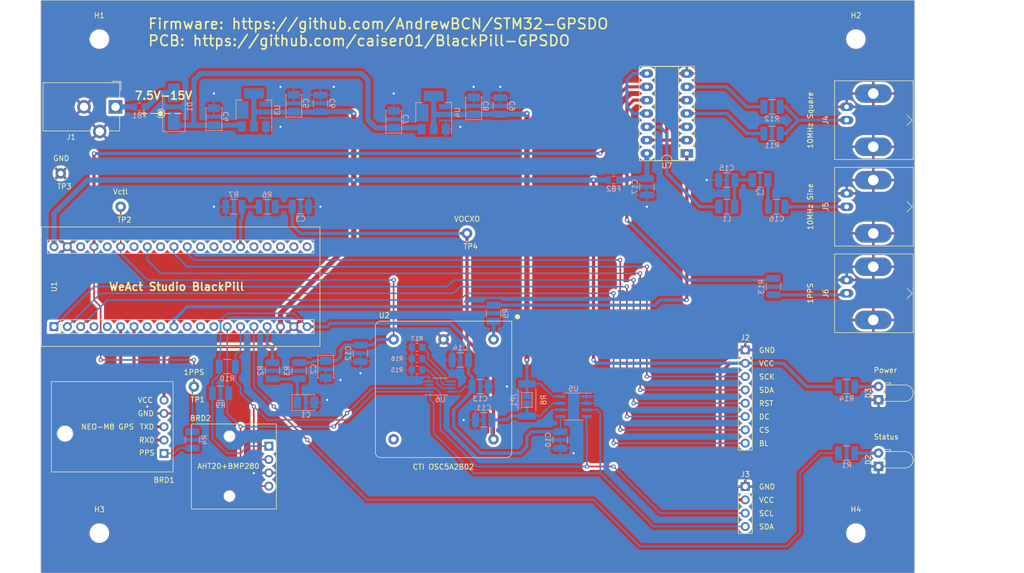
<source format=kicad_pcb>
(kicad_pcb (version 20221018) (generator pcbnew)
  (layers (0 "F.Cu" signal) (31 "B.Cu" signal) (34 "B.Paste" user) (35 "F.Paste" user) (36 "B.SilkS" user "B.Silkscreen") (37 "F.SilkS" user "F.Silkscreen") (38 "B.Mask" user) (39 "F.Mask" user) (44 "Edge.Cuts" user))
  (net 0 "")
  (net 1 "VCC")
  (net 2 "Net-(BRD1-PPS)")
  (net 3 "GND")
  (net 4 "Net-(BRD1-RXD)")
  (net 5 "VDD")
  (net 6 "Net-(BRD1-TXD)")
  (net 7 "1PPS")
  (net 11 "Vctl")
  (net 12 "LCD_RST")
  (net 14 "LCD_DC")
  (net 15 "LCD_BL")
  (net 19 "LCD_CS")
  (net 20 "10MHz")
  (net 21 "SCK")
  (net 28 "SCL1")
  (net 29 "Net-(U1-PA0)")
  (net 30 "SDA1")
  (net 32 "Net-(U1-PB8)")
  (net 34 "Net-(U1-PB9)")
  (net 38 "Net-(U2-10MHz_Out)")
  (net 40 "Net-(C1-Pad1)")
  (net 41 "Net-(D1-A)")
  (net 42 "MOSI")
  (net 43 "Net-(D1-K)")
  (net 44 "Net-(D2-A)")
  (net 45 "VOCXO")
  (net 46 "Net-(JP1-B)")
  (net 48 "Net-(C15-Pad1)")
  (net 49 "Net-(C16-Pad1)")
  (net 50 "Net-(J5-In)")
  (net 51 "Net-(J4-In)")
  (net 53 "Net-(J6-In)")
  (net 54 "Net-(L1-Pad1)")
  (net 55 "Net-(R11-Pad1)")
  (net 56 "Net-(R12-Pad1)")
  (net 57 "Net-(R13-Pad1)")
  (net 58 "Net-(U7-Pad13)")
  (net 59 "Net-(U7-Pad11)")
  (net 60 "Net-(U7G-VCC)")
  (net 61 "Net-(FB1-Pad1)")
  (net 62 "Net-(D3-A)")
  (net 63 "Net-(U6-A0)")
  (net 64 "Net-(U6-A1)")
  (net 65 "Net-(U6-A2)")
  (footprint "OCXO:OCXO_CTI_OSC5A2B02" (layer "F.Cu") (at 118.087658 98.955343)
    (fp_text reference "U2")
    (fp_text value "OSC5A2B02")
  )
  (footprint "Connector_Coaxial:BNC_Amphenol_B6252HB-NPP3G-50_Horizontal" (layer "F.Cu") (at 204.47 90.17 -90)
    (fp_text reference "J6")
    (fp_text value "Conn_Coaxial")
  )
  (footprint "Connector_Coaxial:BNC_Amphenol_B6252HB-NPP3G-50_Horizontal" (layer "F.Cu") (at 204.47 57.15 -90)
    (fp_text reference "J4")
    (fp_text value "Conn_Coaxial")
  )
  (footprint "TestPoint:TestPoint_Loop_D2.50mm_Drill1.0mm" (layer "F.Cu") (at 54.61 67.31)
    (fp_text reference "TP3")
    (fp_text value "GND")
  )
  (footprint "PCB_modules:PCB_modules_AHT20_BMP280_PCB" (layer "F.Cu") (at 94.2975 119.3175)
    (fp_text reference "BRD2")
    (fp_text value "AHT20+BMP280_Module")
    (fp_circle (center -7.5 -1.9) (end -6.43 -1.9) (stroke (width 0.12)) (fill none) (layer "Edge.Cuts"))
    (fp_circle (center -7.5 9.52) (end -6.43 9.52) (stroke (width 0.12)) (fill none) (layer "Edge.Cuts"))
  )
  (footprint "MountingHole:MountingHole_3.5mm" (layer "F.Cu") (at 206.237 135.89)
    (fp_text reference "H4")
    (fp_text value "MountingHole")
  )
  (footprint "LED_THT:LED_D3.0mm_Horizontal_O1.27mm_Z2.0mm" (layer "F.Cu") (at 210.535 123.17 90)
    (fp_text reference "D2")
    (fp_text value "Status")
  )
  (footprint "TestPoint:TestPoint_Loop_D2.50mm_Drill1.0mm" (layer "F.Cu") (at 66.04 73.66)
    (fp_text reference "TP2")
    (fp_text value "Vctl")
  )
  (footprint "Connector_Coaxial:BNC_Amphenol_B6252HB-NPP3G-50_Horizontal" (layer "F.Cu") (at 204.47 73.66 -90)
    (fp_text reference "J5")
    (fp_text value "Conn_Coaxial")
  )
  (footprint "LED_THT:LED_D3.0mm_Horizontal_O1.27mm_Z2.0mm" (layer "F.Cu") (at 210.535 110.47 90)
    (fp_text reference "D3")
    (fp_text value "Power")
  )
  (footprint "Package_DIP:DIP-14_W7.62mm_Socket_LongPads" (layer "F.Cu") (at 173.99 63.5 180)
    (fp_text reference "U7")
    (fp_text value "74HC14")
  )
  (footprint "Connector_PinHeader_2.54mm:PinHeader_1x04_P2.54mm_Vertical" (layer "F.Cu") (at 185.14 127.005)
    (fp_text reference "J3")
    (fp_text value "LCD_I2C")
  )
  (footprint "Connector_BarrelJack:BarrelJack_CUI_PJ-102AH_Horizontal" (layer "F.Cu") (at 65.055 54.61 -90)
    (fp_text reference "J1")
    (fp_text value "Barrel_Jack_Switch")
  )
  (footprint "Connector_PinHeader_2.54mm:PinHeader_1x08_P2.54mm_Vertical" (layer "F.Cu") (at 185.14 100.96)
    (fp_text reference "J2")
    (fp_text value "LCD_SPI")
  )
  (footprint "TestPoint:TestPoint_Loop_D2.50mm_Drill1.0mm" (layer "F.Cu") (at 80.01 107.95)
    (fp_text reference "TP1")
    (fp_text value "1PPS")
  )
  (footprint "MountingHole:MountingHole_3.5mm" (layer "F.Cu") (at 206.237 41.69)
    (fp_text reference "H2")
    (fp_text value "MountingHole")
  )
  (footprint "PCB_modules:PCB_modules_GPS_NEO-M8N_PCB" (layer "F.Cu") (at 74.3175 120.695 180)
    (fp_text reference "BRD1")
    (fp_text value "NEO-M8N_GPS_Module")
    (fp_circle (center 18.875 3.771) (end 20.375 3.771) (stroke (width 0.12)) (fill none) (layer "Edge.Cuts"))
  )
  (footprint "MountingHole:MountingHole_3.5mm" (layer "F.Cu") (at 61.987 135.89)
    (fp_text reference "H3")
    (fp_text value "MountingHole")
  )
  (footprint "TestPoint:TestPoint_Loop_D2.50mm_Drill1.0mm" (layer "F.Cu") (at 132.08 78.74)
    (fp_text reference "TP4")
    (fp_text value "VOCXO")
  )
  (footprint "Kicad-STM32:YAAJ_WeAct_BlackPill_2" (layer "F.Cu") (at 53.34 96.52 90)
    (fp_text reference "U1")
    (fp_text value "YAAJ_WeAct_BlackPill_Part_Like" hide)
  )
  (footprint "MountingHole:MountingHole_3.5mm" (layer "F.Cu") (at 61.987 41.69)
    (fp_text reference "H1")
    (fp_text value "MountingHole")
  )
  (footprint "Capacitor_SMD:C_1210_3225Metric_Pad1.33x2.70mm_HandSolder" (layer "B.Cu") (at 100.33 73.66)
    (fp_text reference "C3")
    (fp_text value "0.1μF")
  )
  (footprint "Inductor_SMD:L_1210_3225Metric_Pad1.42x2.65mm_HandSolder" (layer "B.Cu") (at 187.96 68.58)
    (fp_text reference "L2")
    (fp_text value "L_Ferrite 10μH")
  )
  (footprint "Inductor_SMD:L_0805_2012Metric_Pad1.15x1.40mm_HandSolder" (layer "B.Cu") (at 160.03 68.575)
    (fp_text reference "FB2")
    (fp_text value "MH2029-300Y")
  )
  (footprint "Package_TO_SOT_SMD:SOT-223-3_TabPin2" (layer "B.Cu") (at 125.73 55.7025 90)
    (fp_text reference "U4")
    (fp_text value "SPX1117M3-L-5-0/TR")
  )
  (footprint "Capacitor_SMD:C_1210_3225Metric_Pad1.33x2.70mm_HandSolder" (layer "B.Cu") (at 135.255 114.3 180)
    (fp_text reference "C11")
    (fp_text value "0.1μF")
  )
  (footprint "Resistor_SMD:R_1210_3225Metric_Pad1.30x2.65mm_HandSolder" (layer "B.Cu") (at 79.73 118.11 90)
    (fp_text reference "R4")
    (fp_text value "100")
  )
  (footprint "Capacitor_SMD:C_1210_3225Metric_Pad1.33x2.70mm_HandSolder" (layer "B.Cu") (at 181.61 68.58 180)
    (fp_text reference "C15")
    (fp_text value "47pF")
  )
  (footprint "Capacitor_Tantalum_SMD:CP_EIA-3528-15_AVX-H_Pad1.50x2.35mm_HandSolder" (layer "B.Cu") (at 105.156 104.648 -90)
    (fp_text reference "C2")
    (fp_text value "10μF / 16V")
  )
  (footprint "Resistor_SMD:R_1210_3225Metric_Pad1.30x2.65mm_HandSolder" (layer "B.Cu") (at 87.63 73.66 180)
    (fp_text reference "R7")
    (fp_text value "4.7k 1%")
  )
  (footprint "Capacitor_SMD:C_1210_3225Metric_Pad1.33x2.70mm_HandSolder" (layer "B.Cu") (at 166.38 69.845 -90)
    (fp_text reference "C17")
    (fp_text value "0.1μF")
  )
  (footprint "Resistor_SMD:R_1210_3225Metric_Pad1.30x2.65mm_HandSolder" (layer "B.Cu") (at 85.09 109.22)
    (fp_text reference "R9")
    (fp_text value "10k")
  )
  (footprint "Resistor_SMD:R_0805_2012Metric_Pad1.20x1.40mm_HandSolder" (layer "B.Cu") (at 122.555 102.616 180)
    (fp_text reference "R16")
    (fp_text value "10k")
  )
  (footprint "Capacitor_SMD:C_1210_3225Metric_Pad1.33x2.70mm_HandSolder" (layer "B.Cu") (at 149.86 118.11 -90)
    (fp_text reference "C10")
    (fp_text value "0.1μF")
  )
  (footprint "Resistor_SMD:R_1210_3225Metric_Pad1.30x2.65mm_HandSolder" (layer "B.Cu") (at 86.36 104.14)
    (fp_text reference "R10")
    (fp_text value "10k")
  )
  (footprint "Package_SO:SOIC-8_3.9x4.9mm_P1.27mm" (layer "B.Cu") (at 152.4 111.76 180)
    (fp_text reference "U5")
    (fp_text value "INA219AxD")
  )
  (footprint "Capacitor_SMD:C_1210_3225Metric_Pad1.33x2.70mm_HandSolder" (layer "B.Cu") (at 111.76 101.6 -90)
    (fp_text reference "C12")
    (fp_text value "0.1μF")
  )
  (footprint "Resistor_SMD:R_0805_2012Metric_Pad1.20x1.40mm_HandSolder" (layer "B.Cu") (at 122.555 104.775 180)
    (fp_text reference "R15")
    (fp_text value "10k")
  )
  (footprint "Resistor_SMD:R_1210_3225Metric_Pad1.30x2.65mm_HandSolder" (layer "B.Cu") (at 93.98 73.66 180)
    (fp_text reference "R6")
    (fp_text value "4.7k 1%")
  )
  (footprint "Diode_SMD:D_SMB_Handsoldering" (layer "B.Cu") (at 76.2 54.61 90)
    (fp_text reference "D1")
    (fp_text value "S2M-13-F")
  )
  (footprint "Capacitor_Tantalum_SMD:CP_EIA-3528-15_AVX-H_Pad1.50x2.35mm_HandSolder" (layer "B.Cu") (at 101.346 110.998)
    (fp_text reference "C1")
    (fp_text value "10μF / 16V")
  )
  (footprint "Capacitor_Tantalum_SMD:CP_EIA-3528-12_Kemet-T_Pad1.50x2.35mm_HandSolder" (layer "B.Cu") (at 99.06 53.95 90)
    (fp_text reference "C5")
    (fp_text value "10μF")
  )
  (footprint "Inductor_SMD:L_1210_3225Metric_Pad1.42x2.65mm_HandSolder" (layer "B.Cu") (at 181.61 73.66)
    (fp_text reference "L1")
    (fp_text value "L_Ferrite 10μH")
  )
  (footprint "Resistor_SMD:R_1210_3225Metric_Pad1.30x2.65mm_HandSolder" (layer "B.Cu") (at 204.47 107.95)
    (fp_text reference "R14")
    (fp_text value "470")
  )
  (footprint "Resistor_SMD:R_1210_3225Metric_Pad1.30x2.65mm_HandSolder" (layer "B.Cu") (at 190.23 59.69)
    (fp_text reference "R11")
    (fp_text value "100")
  )
  (footprint "Capacitor_Tantalum_SMD:CP_EIA-3528-12_Kemet-T_Pad1.50x2.35mm_HandSolder" (layer "B.Cu") (at 83.82 56.49 90)
    (fp_text reference "C4")
    (fp_text value "10μF")
  )
  (footprint "Resistor_SMD:R_1210_3225Metric_Pad1.30x2.65mm_HandSolder" (layer "B.Cu") (at 100.076 104.928 90)
    (fp_text reference "R3")
    (fp_text value "22k")
  )
  (footprint "Package_SO:MSOP-8_3x3mm_P0.65mm" (layer "B.Cu") (at 127 107.95)
    (fp_text reference "U6")
    (fp_text value "MCP9808_MSOP")
  )
  (footprint "Resistor_SMD:R_1210_3225Metric_Pad1.30x2.65mm_HandSolder" (layer "B.Cu") (at 204.47 120.65)
    (fp_text reference "R1")
    (fp_text value "330")
  )
  (footprint "Resistor_SMD:R_1210_3225Metric_Pad1.30x2.65mm_HandSolder" (layer "B.Cu") (at 190.23 54.61)
    (fp_text reference "R12")
    (fp_text value "100")
  )
  (footprint "Resistor_SMD:R_1210_3225Metric_Pad1.30x2.65mm_HandSolder" (layer "B.Cu") (at 94.996 104.928 -90)
    (fp_text reference "R2")
    (fp_text value "22k")
  )
  (footprint "Resistor_SMD:R_1210_3225Metric_Pad1.30x2.65mm_HandSolder" (layer "B.Cu") (at 190.51 88.9 -90)
    (fp_text reference "R13")
    (fp_text value "220")
  )
  (footprint "Capacitor_SMD:C_1210_3225Metric_Pad1.33x2.70mm_HandSolder" (layer "B.Cu") (at 104.14 53.95 90)
    (fp_text reference "C6")
    (fp_text value "0.1μF")
  )
  (footprint "Capacitor_Tantalum_SMD:CP_EIA-3528-12_Kemet-T_Pad1.50x2.35mm_HandSolder" (layer "B.Cu") (at 133.35 54.4325 90)
    (fp_text reference "C8")
    (fp_text value "10μF")
  )
  (footprint "Jumper:SolderJumper-2_P1.3mm_Open_Pad1.0x1.5mm" (layer "B.Cu") (at 143.51 110.49 90)
    (fp_text reference "JP1")
    (fp_text value "N.O.")
  )
  (footprint "Capacitor_SMD:C_1210_3225Metric_Pad1.33x2.70mm_HandSolder" (layer "B.Cu") (at 138.43 54.4325 90)
    (fp_text reference "C9")
    (fp_text value "0.1μF")
  )
  (footprint "Resistor_SMD:R_0805_2012Metric_Pad1.20x1.40mm_HandSolder" (layer "B.Cu") (at 122.555 100.457 180)
    (fp_text reference "R17")
    (fp_text value "10k")
  )
  (footprint "Capacitor_SMD:C_1210_3225Metric_Pad1.33x2.70mm_HandSolder" (layer "B.Cu") (at 134.62 107.95)
    (fp_text reference "C13")
    (fp_text value "0.1μF")
  )
  (footprint "Inductor_SMD:L_0805_2012Metric_Pad1.15x1.40mm_HandSolder" (layer "B.Cu") (at 69.605 54.61)
    (fp_text reference "FB1")
    (fp_text value "MH2029-300Y")
  )
  (footprint "Capacitor_SMD:C_1210_3225Metric_Pad1.33x2.70mm_HandSolder" (layer "B.Cu") (at 191.135 73.66)
    (fp_text reference "C16")
    (fp_text value "0.1μF")
  )
  (footprint "Resistor_SMD:R_2512_6332Metric_Pad1.40x3.35mm_HandSolder" (layer "B.Cu") (at 143.51 110.49 -90)
    (fp_text reference "R8")
    (fp_text value "0.1/1% PT2512FK-070R1L")
  )
  (footprint "Resistor_SMD:R_1210_3225Metric_Pad1.30x2.65mm_HandSolder" (layer "B.Cu") (at 137.16 93.98 90)
    (fp_text reference "R5")
    (fp_text value "180")
  )
  (footprint "Capacitor_Tantalum_SMD:CP_EIA-3528-12_Kemet-T_Pad1.50x2.35mm_HandSolder" (layer "B.Cu") (at 118.11 56.9725 90)
    (fp_text reference "C7")
    (fp_text value "10μF")
  )
  (footprint "Package_TO_SOT_SMD:SOT-223-3_TabPin2" (layer "B.Cu") (at 91.44 55.22 90)
    (fp_text reference "U3")
    (fp_text value "SPX1117M3-L-5-0/TR")
  )
  (footprint "Capacitor_SMD:C_1210_3225Metric_Pad1.33x2.70mm_HandSolder" (layer "B.Cu") (at 130.81 102.87 180)
    (fp_text reference "C14")
    (fp_text value "10μF")
  )
  (gr_arc (start 73.025001 55.372) (mid 74.473097 55.892702) (end 73.009443 56.367918) (stroke (width 0.15)) (layer "F.SilkS"))
  (gr_line (start 71.755 55.88) (end 73.66 55.88) (stroke (width 0.15)) (layer "F.SilkS"))
  (gr_line (start 76.327 55.88) (end 77.597 55.88) (stroke (width 0.15)) (layer "F.SilkS"))
  (gr_line (start 70.485 55.245) (end 70.485 56.515) (stroke (width 0.15)) (layer "F.SilkS"))
  (gr_line (start 69.85 55.88) (end 71.12 55.88) (stroke (width 0.15)) (layer "F.SilkS"))
  (gr_circle (center 73.66 55.88) (end 74.117905 55.88) (stroke (width 0.15)) (fill solid) (layer "F.SilkS"))
  (gr_line (start 74.473097 55.892702) (end 75.565 55.892702) (stroke (width 0.15)) (layer "F.SilkS"))
  (gr_rect locked (start 50.8 34.29) (end 217.424 143.51) (stroke (width 0.1)) (fill none) (layer "Edge.Cuts"))
  (gr_text "GND" (at 53.086 65.024) (layer "F.SilkS") (effects (font (size 1 1)) (justify left bottom)))
  (gr_text "GND" (at 187.68 127.64) (layer "F.SilkS") (effects (font (size 1 1)) (justify left bottom)))
  (gr_text "1PPS" (at 77.978 105.791) (layer "F.SilkS") (effects (font (size 1 1)) (justify left bottom)))
  (gr_text "SCL" (at 187.68 132.72) (layer "F.SilkS") (effects (font (size 1 1)) (justify left bottom)))
  (gr_text "Status" (at 209.55 118.11) (layer "F.SilkS") (effects (font (size 1 1)) (justify left bottom)))
  (gr_text "SCK" (at 187.68 106.675) (layer "F.SilkS") (effects (font (size 1 1)) (justify left bottom)))
  (gr_text "10MHz Sine" (at 198.12 73.66 90) (layer "F.SilkS") (effects (font (size 1 1)) (justify bottom)))
  (gr_text "VCC" (at 187.68 104.135) (layer "F.SilkS") (effects (font (size 1 1)) (justify left bottom)))
  (gr_text "Vctl" (at 64.516 71.374) (layer "F.SilkS") (effects (font (size 1 1)) (justify left bottom)))
  (gr_text "Firmware: https://github.com/AndrewBCN/STM32-GPSDO\nPCB: https://github.com/caiser01/BlackPill-GPSDO" (at 71.12 43.18) (layer "F.SilkS") (effects (font (size 2 2) (thickness 0.3) bold) (justify left bottom)))
  (gr_text "WeAct Studio BlackPill" (at 76.708 89.789) (layer "F.SilkS") (effects (font (size 1.5 1.5) (thickness 0.3) bold) (justify bottom)))
  (gr_text "BL" (at 187.68 119.375) (layer "F.SilkS") (effects (font (size 1 1)) (justify left bottom)))
  (gr_text "VOCXO" (at 129.54 76.581) (layer "F.SilkS") (effects (font (size 1 1)) (justify left bottom)))
  (gr_text "RST" (at 187.68 111.755) (layer "F.SilkS") (effects (font (size 1 1)) (justify left bottom)))
  (gr_text "Power" (at 209.55 105.41) (layer "F.SilkS") (effects (font (size 1 1)) (justify left bottom)))
  (gr_text "VCC" (at 187.68 130.18) (layer "F.SilkS") (effects (font (size 1 1)) (justify left bottom)))
  (gr_text "SDA" (at 187.68 135.26) (layer "F.SilkS") (effects (font (size 1 1)) (justify left bottom)))
  (gr_text "GND" (at 187.68 101.595) (layer "F.SilkS") (effects (font (size 1 1)) (justify left bottom)))
  (gr_text "10MHz Square" (at 198.12 57.15 90) (layer "F.SilkS") (effects (font (size 1 1)) (justify bottom)))
  (gr_text "1PPS" (at 198.12 90.17 90) (layer "F.SilkS") (effects (font (size 1 1)) (justify bottom)))
  (gr_text "CS" (at 187.68 116.835) (layer "F.SilkS") (effects (font (size 1 1)) (justify left bottom)))
  (gr_text "DC" (at 187.68 114.295) (layer "F.SilkS") (effects (font (size 1 1)) (justify left bottom)))
  (gr_text "SDA" (at 187.68 109.215) (layer "F.SilkS") (effects (font (size 1 1)) (justify left bottom)))
  (gr_text "7.5V-15V" (at 68.58 53.34) (layer "F.SilkS") (effects (font (size 1.5 1.5) (thickness 0.3) bold) (justify left bottom)))
  (segment (start 74.3175 102.2125) (end 76.2 100.33) (width 0.6) (layer "F.Cu") (net 1))
  (segment (start 110.49 68.58) (end 110.49 80.01) (width 1) (layer "F.Cu") (net 1))
  (segment (start 76.2 100.33) (end 95.25 100.33) (width 0.6) (layer "F.Cu") (net 1))
  (segment (start 96.52 99.06) (end 96.52 96.52) (width 0.6) (layer "F.Cu") (net 1))
  (segment (start 95.25 100.33) (end 96.52 99.06) (width 0.6) (layer "F.Cu") (net 1))
  (segment (start 180.34 105.41) (end 180.34 127) (width 0.6) (layer "F.Cu") (net 1))
  (segment (start 110.49 55.88) (end 110.49 68.58) (width 1) (layer "F.Cu") (net 1))
  (segment (start 96.52 93.98) (end 96.52 96.52) (width 1) (layer "F.Cu") (net 1))
  (segment (start 180.34 127) (end 182.885 129.545) (width 0.6) (layer "F.Cu") (net 1))
  (segment (start 182.25 103.5) (end 180.34 105.41) (width 0.6) (layer "F.Cu") (net 1))
  (segment (start 110.49 80.01) (end 96.52 93.98) (width 1) (layer "F.Cu") (net 1))
  (segment (start 185.14 103.5) (end 182.25 103.5) (width 0.6) (layer "F.Cu") (net 1))
  (segment (start 74.3175 110.535) (end 74.3175 102.2125) (width 0.6) (layer "F.Cu") (net 1))
  (segment (start 182.885 129.545) (end 185.14 129.545) (width 0.6) (layer "F.Cu") (net 1))
  (segment (start 156.21 102.87) (end 156.21 68.58) (width 0.6) (layer "F.Cu") (net 1))
  (via (at 110.49 55.88) (size 0.8) (drill 0.4) (layers "F.Cu" "B.Cu") (net 1))
  (via (at 156.21 68.58) (size 0.8) (drill 0.4) (layers "F.Cu" "B.Cu") (net 1))
  (via (at 110.49 68.58) (size 0.8) (drill 0.4) (layers "F.Cu" "B.Cu") (net 1))
  (via (at 156.21 102.87) (size 0.8) (drill 0.4) (layers "F.Cu" "B.Cu") (net 1))
  (segment (start 59.69 68.58) (end 53.34 74.93) (width 1) (layer "B.Cu") (net 1))
  (segment (start 91.795 55.575) (end 91.44 55.22) (width 1) (layer "B.Cu") (net 1))
  (segment (start 185.14 103.5) (end 192.4 103.5) (width 0.6) (layer "B.Cu") (net 1))
  (segment (start 99.06 55.575) (end 91.795 55.575) (width 1) (layer "B.Cu") (net 1))
  (segment (start 185.14 103.5) (end 156.84 103.5) (width 0.6) (layer "B.Cu") (net 1))
  (segment (start 91.44 55.22) (end 91.44 52.07) (width 1) (layer "B.Cu") (net 1))
  (segment (start 196.85 107.95) (end 202.92 107.95) (width 0.6) (layer "B.Cu") (net 1))
  (segment (start 159.005 68.575) (end 159 68.58) (width 1) (layer "B.Cu") (net 1))
  (segment (start 156.84 103.5) (end 156.21 102.87) (width 0.6) (layer "B.Cu") (net 1))
  (segment (start 159 68.58) (end 110.49 68.58) (width 1) (layer "B.Cu") (net 1))
  (segment (start 110.49 68.58) (end 59.69 68.58) (width 1) (layer "B.Cu") (net 1))
  (segment (start 104.14 55.5125) (end 110.1225 55.5125) (width 1) (layer "B.Cu") (net 1))
  (segment (start 192.4 103.5) (end 196.85 107.95) (width 0.6) (layer "B.Cu") (net 1))
  (segment (start 110.1225 55.5125) (end 110.49 55.88) (width 1) (layer "B.Cu") (net 1))
  (segment (start 104.0775 55.575) (end 104.14 55.5125) (width 1) (layer "B.Cu") (net 1))
  (segment (start 91.44 58.37) (end 91.44 55.22) (width 1) (layer "B.Cu") (net 1))
  (segment (start 99.06 55.575) (end 104.0775 55.575) (width 1) (layer "B.Cu") (net 1))
  (segment (start 53.34 74.93) (end 53.34 81.28) (width 1) (layer "B.Cu") (net 1))
  (segment (start 76.155 120.695) (end 74.3175 120.695) (width 0.3) (layer "B.Cu") (net 2))
  (segment (start 77.19 119.66) (end 76.155 120.695) (width 0.3) (layer "B.Cu") (net 2))
  (segment (start 79.73 119.66) (end 77.19 119.66) (width 0.3) (layer "B.Cu") (net 2))
  (via (at 107.95 106.68) (size 0.8) (drill 0.4) (layers "F.Cu" "B.Cu") (net 3))
  (via (at 105.41 110.49) (size 0.8) (drill 0.4) (layers "F.Cu" "B.Cu") (net 3))
  (via (at 152.4 120.65) (size 0.8) (drill 0.4) (layers "F.Cu" "B.Cu") (net 3))
  (via (at 96.52 58.42) (size 0.8) (drill 0.4) (layers "F.Cu" "B.Cu") (net 3))
  (via (at 106.68 50.8) (size 0.8) (drill 0.4) (layers "F.Cu" "B.Cu") (net 3))
  (via (at 166.37 73.66) (size 0.8) (drill 0.4) (layers "F.Cu" "B.Cu") (net 3))
  (via (at 139.7 107.95) (size 0.8) (drill 0.4) (layers "F.Cu" "B.Cu") (net 3))
  (via (at 111.76 105.41) (size 0.8) (drill 0.4) (layers "F.Cu" "B.Cu") (net 3))
  (via (at 130.81 58.42) (size 0.8) (drill 0.4) (layers "F.Cu" "B.Cu") (net 3))
  (via (at 104.14 73.66) (size 0.8) (drill 0.4) (layers "F.Cu" "B.Cu") (net 3))
  (via (at 138.43 50.8) (size 0.8) (drill 0.4) (layers "F.Cu" "B.Cu") (net 3))
  (via (at 96.52 50.8) (size 0.8) (drill 0.4) (layers "F.Cu" "B.Cu") (net 3))
  (via (at 133.35 50.8) (size 0.8) (drill 0.4) (layers "F.Cu" "B.Cu") (net 3))
  (via (at 118.11 52.07) (size 0.8) (drill 0.4) (layers "F.Cu" "B.Cu") (net 3))
  (via (at 83.82 73.66) (size 0.8) (drill 0.4) (layers "F.Cu" "B.Cu") (net 3))
  (via (at 71.12 111.76) (size 0.8) (drill 0.4) (layers "F.Cu" "B.Cu") (net 3))
  (via (at 131.445 114.3) (size 0.8) (drill 0.4) (layers "F.Cu" "B.Cu") (net 3))
  (via (at 83.82 52.07) (size 0.8) (drill 0.4) (layers "F.Cu" "B.Cu") (net 3))
  (via (at 177.79 68.58) (size 0.8) (drill 0.4) (layers "F.Cu" "B.Cu") (net 3))
  (via (at 91.44 124.46) (size 0.8) (drill 0.4) (layers "F.Cu" "B.Cu") (net 3))
  (segment (start 124.8875 106.975) (end 123.485 106.975) (width 0.3) (layer "B.Cu") (net 3))
  (segment (start 123.485 106.975) (end 123.19 106.68) (width 0.3) (layer "B.Cu") (net 3))
  (segment (start 71.165 118.155) (end 74.3175 118.155) (width 0.6) (layer "F.Cu") (net 4))
  (segment (start 66.04 113.03) (end 71.165 118.155) (width 0.6) (layer "F.Cu") (net 4))
  (segment (start 66.04 96.52) (end 66.04 113.03) (width 0.6) (layer "F.Cu") (net 4))
  (segment (start 83.54 117.83) (end 86.36 120.65) (width 0.3) (layer "B.Cu") (net 5))
  (segment (start 101.6 96.52) (end 105.41 96.52) (width 0.6) (layer "B.Cu") (net 5))
  (segment (start 134.62 120.65) (end 129.54 115.57) (width 0.6) (layer "B.Cu") (net 5))
  (segment (start 88.9 120.65) (end 90.2325 119.3175) (width 0.3) (layer "B.Cu") (net 5))
  (segment (start 144.4375 116.5475) (end 143.51 117.475) (width 0.6) (layer "B.Cu") (net 5))
  (segment (start 133.0575 106.095) (end 133.0575 107.95) (width 0.6) (layer "B.Cu") (net 5))
  (segment (start 133.0575 108.8775) (end 133.0575 107.95) (width 0.6) (layer "B.Cu") (net 5))
  (segment (start 86.36 93.98) (end 85.09 95.25) (width 0.3) (layer "B.Cu") (net 5))
  (segment (start 99.06 93.98) (end 86.36 93.98) (width 0.3) (layer "B.Cu") (net 5))
  (segment (start 86.36 120.65) (end 88.9 120.65) (width 0.3) (layer "B.Cu") (net 5))
  (segment (start 132.3725 105.41) (end 133.0575 106.095) (width 0.6) (layer "B.Cu") (net 5))
  (segment (start 85.09 95.25) (end 85.09 101.6) (width 0.3) (layer "B.Cu") (net 5))
  (segment (start 131.785 107.95) (end 133.0575 107.95) (width 0.3) (layer "B.Cu") (net 5))
  (segment (start 149.925 113.665) (end 149.925 116.4825) (width 0.3) (layer "B.Cu") (net 5))
  (segment (start 84.81 104.14) (end 84.81 105.69) (width 0.3) (layer "B.Cu") (net 5))
  (segment (start 106.045 95.885) (end 128.905 95.885) (width 0.6) (layer "B.Cu") (net 5))
  (segment (start 84.81 105.69) (end 83.54 106.96) (width 0.3) (layer "B.Cu") (net 5))
  (segment (start 143.51 117.475) (end 143.51 119.38) (width 0.6) (layer "B.Cu") (net 5))
  (segment (start 142.24 120.65) (end 134.62 120.65) (width 0.6) (layer "B.Cu") (net 5))
  (segment (start 143.51 119.38) (end 142.24 120.65) (width 0.6) (layer "B.Cu") (net 5))
  (segment (start 129.54 115.57) (end 129.54 112.395) (width 0.6) (layer "B.Cu") (net 5))
  (segment (start 105.41 96.52) (end 106.045 95.885) (width 0.6) (layer "B.Cu") (net 5))
  (segment (start 132.3725 99.3525) (end 132.3725 102.87) (width 0.6) (layer "B.Cu") (net 5))
  (segment (start 149.86 116.5475) (end 144.4375 116.5475) (width 0.6) (layer "B.Cu") (net 5))
  (segment (start 149.925 116.4825) (end 149.86 116.5475) (width 0.3) (layer "B.Cu") (net 5))
  (segment (start 129.1125 108.925) (end 130.81 108.925) (width 0.3) (layer "B.Cu") (net 5))
  (segment (start 99.06 93.98) (end 101.6 96.52) (width 0.3) (layer "B.Cu") (net 5))
  (segment (start 130.81 108.925) (end 131.785 107.95) (width 0.3) (layer "B.Cu") (net 5))
  (segment (start 129.54 112.395) (end 133.0575 108.8775) (width 0.6) (layer "B.Cu") (net 5))
  (segment (start 83.54 109.22) (end 83.54 117.83) (width 0.3) (layer "B.Cu") (net 5))
  (segment (start 132.3725 102.87) (end 132.3725 105.41) (width 0.6) (layer "B.Cu") (net 5))
  (segment (start 128.905 95.885) (end 132.3725 99.3525) (width 0.6) (layer "B.Cu") (net 5))
  (segment (start 85.09 101.6) (end 84.81 101.88) (width 0.3) (layer "B.Cu") (net 5))
  (segment (start 90.2325 119.3175) (end 94.2975 119.3175) (width 0.3) (layer "B.Cu") (net 5))
  (segment (start 83.54 106.96) (end 83.54 109.22) (width 0.3) (layer "B.Cu") (net 5))
  (segment (start 84.81 101.88) (end 84.81 104.14) (width 0.3) (layer "B.Cu") (net 5))
  (segment (start 72.435 115.615) (end 68.58 111.76) (width 0.6) (layer "F.Cu") (net 6))
  (segment (start 74.3175 115.615) (end 72.435 115.615) (width 0.6) (layer "F.Cu") (net 6))
  (segment (start 68.58 111.76) (end 68.58 96.52) (width 0.6) (layer "F.Cu") (net 6))
  (segment (start 62.23 92.71) (end 62.23 102.87) (width 0.3) (layer "F.Cu") (net 7))
  (segment (start 60.96 63.5) (end 60.96 81.28) (width 0.6) (layer "F.Cu") (net 7))
  (segment (start 160.02 60.96) (end 157.48 63.5) (width 0.6) (layer "F.Cu") (net 7))
  (segment (start 160.02 53.34) (end 160.02 60.96) (width 0.6) (layer "F.Cu") (net 7))
  (segment (start 80.01 102.87) (end 80.01 107.95) (width 0.3) (layer "F.Cu") (net 7))
  (segment (start 60.96 91.44) (end 62.23 92.71) (width 0.3) (layer "F.Cu") (net 7))
  (segment (start 60.96 81.28) (end 60.96 91.44) (width 0.3) (layer "F.Cu") (net 7))
  (segment (start 162.56 50.8) (end 160.02 53.34) (width 0.6) (layer "F.Cu") (net 7))
  (segment (start 166.37 50.8) (end 162.56 50.8) (width 0.6) (layer "F.Cu") (net 7))
  (via (at 60.96 63.5) (size 0.8) (drill 0.4) (layers "F.Cu" "B.Cu") (net 7))
  (via (at 157.48 63.5) (size 0.8) (drill 0.4) (layers "F.Cu" "B.Cu") (net 7))
  (via (at 62.23 102.87) (size 0.8) (drill 0.4) (layers "F.Cu" "B.Cu") (net 7))
  (via (at 80.01 102.87) (size 0.8) (drill 0.4) (layers "F.Cu" "B.Cu") (net 7))
  (segment (start 79.73 116.56) (end 79.73 108.23) (width 0.3) (layer "B.Cu") (net 7))
  (segment (start 62.23 102.87) (end 80.01 102.87) (width 0.3) (layer "B.Cu") (net 7))
  (segment (start 79.73 108.23) (end 80.01 107.95) (width 0.3) (layer "B.Cu") (net 7))
  (segment (start 157.48 63.5) (end 60.96 63.5) (width 0.6) (layer "B.Cu") (net 7))
  (segment (start 118.11 87.63) (end 118.087658 87.652342) (width 0.3) (layer "F.Cu") (net 11))
  (segment (start 66.04 73.66) (end 66.04 81.28) (width 0.3) (layer "F.Cu") (net 11))
  (segment (start 118.087658 87.652342) (end 118.087658 98.955343) (width 0.3) (layer "F.Cu") (net 11))
  (via (at 118.11 87.63) (size 0.8) (drill 0.4) (layers "F.Cu" "B.Cu") (net 11))
  (segment (start 107.162 103.023) (end 107.95 102.235) (width 0.6) (layer "B.Cu") (net 11))
  (segment (start 115.039657 98.955343) (end 118.087658 98.955343) (width 0.6) (layer "B.Cu") (net 11))
  (segment (start 66.04 82.55) (end 71.12 87.63) (width 0.3) (layer "B.Cu") (net 11))
  (segment (start 107.95 100.965) (end 108.8775 100.0375) (width 0.6) (layer "B.Cu") (net 11))
  (segment (start 102.971 103.023) (end 105.156 103.023) (width 0.6) (layer "B.Cu") (net 11))
  (segment (start 111.76 100.0375) (end 113.9575 100.0375) (width 0.6) (layer "B.Cu") (net 11))
  (segment (start 100.076 103.378) (end 102.616 103.378) (width 0.6) (layer "B.Cu") (net 11))
  (segment (start 66.04 81.28) (end 66.04 82.55) (width 0.3) (layer "B.Cu") (net 11))
  (segment (start 107.95 102.235) (end 107.95 100.965) (width 0.6) (layer "B.Cu") (net 11))
  (segment (start 113.9575 100.0375) (end 115.039657 98.955343) (width 0.6) (layer "B.Cu") (net 11))
  (segment (start 105.156 103.023) (end 107.162 103.023) (width 0.6) (layer "B.Cu") (net 11))
  (segment (start 71.12 87.63) (end 118.11 87.63) (width 0.3) (layer "B.Cu") (net 11))
  (segment (start 108.8775 100.0375) (end 111.76 100.0375) (width 0.6) (layer "B.Cu") (net 11))
  (segment (start 102.616 103.378) (end 102.971 103.023) (width 0.6) (layer "B.Cu") (net 11))
  (segment (start 163.8375 105.405) (end 163.8375 87.625) (width 0.3) (layer "F.Cu") (net 12))
  (segment (start 163.8375 111.12) (end 163.8375 105.405) (width 0.3) (layer "F.Cu") (net 12))
  (via (at 163.8375 111.12) (size 0.8) (drill 0.4) (layers "F.Cu" "B.Cu") (net 12))
  (via (at 163.8375 87.625) (size 0.8) (drill 0.4) (layers "F.Cu" "B.Cu") (net 12))
  (segment (start 129.54 87.63) (end 128.27 88.9) (width 0.3) (layer "B.Cu") (net 12))
  (segment (start 163.8325 87.63) (end 129.54 87.63) (width 0.3) (layer "B.Cu") (net 12))
  (segment (start 128.27 88.9) (end 60.96 88.9) (width 0.3) (layer "B.Cu") (net 12))
  (segment (start 163.83 111.12) (end 185.14 111.12) (width 0.3) (layer "B.Cu") (net 12))
  (segment (start 163.8375 87.625) (end 163.8325 87.63) (width 0.3) (layer "B.Cu") (net 12))
  (segment (start 60.96 88.9) (end 53.34 96.52) (width 0.3) (layer "B.Cu") (net 12))
  (segment (start 162.5675 88.895) (end 162.5675 113.66) (width 0.3) (layer "F.Cu") (net 14))
  (via (at 162.5675 113.66) (size 0.8) (drill 0.4) (layers "F.Cu" "B.Cu") (net 14))
  (via (at 162.5675 88.895) (size 0.8) (drill 0.4) (layers "F.Cu" "B.Cu") (net 14))
  (segment (start 162.5625 88.9) (end 130.81 88.9) (width 0.3) (layer "B.Cu") (net 14))
  (segment (start 62.23 90.17) (end 55.88 96.52) (width 0.3) (layer "B.Cu") (net 14))
  (segment (start 130.81 88.9) (end 129.54 90.17) (width 0.3) (layer "B.Cu") (net 14))
  (segment (start 185.14 113.66) (end 162.56 113.66) (width 0.3) (layer "B.Cu") (net 14))
  (segment (start 129.54 90.17) (end 62.23 90.17) (width 0.3) (layer "B.Cu") (net 14))
  (segment (start 162.5675 88.895) (end 162.5625 88.9) (width 0.3) (layer "B.Cu") (net 14))
  (segment (start 160.0275 118.74) (end 160.0275 109.215) (width 0.3) (layer "F.Cu") (net 15))
  (segment (start 160.0275 109.215) (end 160.0275 90.165) (width 0.3) (layer "F.Cu") (net 15))
  (via (at 160.0275 118.74) (size 0.8) (drill 0.4) (layers "F.Cu" "B.Cu") (net 15))
  (via (at 160.0275 90.165) (size 0.8) (drill 0.4) (layers "F.Cu" "B.Cu") (net 15))
  (segment (start 130.81 91.44) (end 63.5 91.44) (width 0.3) (layer "B.Cu") (net 15))
  (segment (start 132.08 90.17) (end 130.81 91.44) (width 0.3) (layer "B.Cu") (net 15))
  (segment (start 63.5 91.44) (end 58.42 96.52) (width 0.3) (layer "B.Cu") (net 15))
  (segment (start 160.02 118.74) (end 185.14 118.74) (width 0.3) (layer "B.Cu") (net 15))
  (segment (start 160.0225 90.17) (end 132.08 90.17) (width 0.3) (layer "B.Cu") (net 15))
  (segment (start 160.0275 90.165) (end 160.0225 90.17) (width 0.3) (layer "B.Cu") (net 15))
  (segment (start 161.2975 107.945) (end 161.2975 83.815) (width 0.3) (layer "F.Cu") (net 19))
  (segment (start 161.2975 116.2) (end 161.2975 107.945) (width 0.3) (layer "F.Cu") (net 19))
  (via (at 161.2975 83.815) (size 0.8) (drill 0.4) (layers "F.Cu" "B.Cu") (net 19))
  (via (at 161.2975 116.2) (size 0.8) (drill 0.4) (layers "F.Cu" "B.Cu") (net 19))
  (segment (start 80.01 83.82) (end 78.74 82.55) (width 0.3) (layer "B.Cu") (net 19))
  (segment (start 161.29 116.2) (end 185.14 116.2) (width 0.3) (layer "B.Cu") (net 19))
  (segment (start 78.74 82.55) (end 78.74 81.28) (width 0.3) (layer "B.Cu") (net 19))
  (segment (start 161.2975 83.815) (end 161.2925 83.82) (width 0.3) (layer "B.Cu") (net 19))
  (segment (start 161.2925 83.82) (end 80.01 83.82) (width 0.3) (layer "B.Cu") (net 19))
  (segment (start 173.99 91.44) (end 173.99 63.5) (width 0.6) (layer "F.Cu") (net 20))
  (via (at 173.99 91.44) (size 0.8) (drill 0.4) (layers "F.Cu" "B.Cu") (net 20))
  (segment (start 137.16 92.43) (end 136.88 92.71) (width 0.6) (layer "B.Cu") (net 20))
  (segment (start 173.99 91.44) (end 168.91 91.44) (width 0.6) (layer "B.Cu") (net 20))
  (segment (start 168.91 91.44) (end 167.92 92.43) (width 0.6) (layer "B.Cu") (net 20))
  (segment (start 136.88 92.71) (end 78.74 92.71) (width 0.6) (layer "B.Cu") (net 20))
  (segment (start 78.74 92.71) (end 76.2 95.25) (width 0.6) (layer "B.Cu") (net 20))
  (segment (start 167.92 92.43) (end 137.16 92.43) (width 0.6) (layer "B.Cu") (net 20))
  (segment (start 76.2 95.25) (end 76.2 96.52) (width 0.6) (layer "B.Cu") (net 20))
  (segment (start 166.3775 106.04) (end 166.3775 85.085) (width 0.3) (layer "F.Cu") (net 21))
  (via (at 166.3775 106.04) (size 0.8) (drill 0.4) (layers "F.Cu" "B.Cu") (net 21))
  (via (at 166.3775 85.085) (size 0.8) (drill 0.4) (layers "F.Cu" "B.Cu") (net 21))
  (segment (start 78.74 85.09) (end 76.2 82.55) (width 0.3) (layer "B.Cu") (net 21))
  (segment (start 166.37 85.09) (end 78.74 85.09) (width 0.3) (layer "B.Cu") (net 21))
  (segment (start 76.2 82.55) (end 76.2 81.28) (width 0.3) (layer "B.Cu") (net 21))
  (segment (start 166.37 106.04) (end 185.14 106.04) (width 0.3) (layer "B.Cu") (net 21))
  (segment (start 88.9 115.57) (end 88.9 124.46) (width 0.3) (layer "F.Cu") (net 28))
  (segment (start 91.3775 126.9375) (end 94.2975 126.9375) (width 0.3) (layer "F.Cu") (net 28))
  (segment (start 109.22 113.03) (end 106.68 115.57) (width 0.3) (layer "F.Cu") (net 28))
  (segment (start 88.9 124.46) (end 91.3775 126.9375) (width 0.3) (layer "F.Cu") (net 28))
  (segment (start 160.02 123.19) (end 154.94 123.19) (width 0.3) (layer "F.Cu") (net 28))
  (via (at 88.9 115.57) (size 0.8) (drill 0.4) (layers "F.Cu" "B.Cu") (net 28))
  (via (at 154.94 123.19) (size 0.8) (drill 0.4) (layers "F.Cu" "B.Cu") (net 28))
  (via (at 109.22 113.03) (size 0.8) (drill 0.4) (layers "F.Cu" "B.Cu") (net 28))
  (via (at 106.68 115.57) (size 0.8) (drill 0.4) (layers "F.Cu" "B.Cu") (net 28))
  (via (at 160.02 123.19) (size 0.8) (drill 0.4) (layers "F.Cu" "B.Cu") (net 28))
  (segment (start 127 116.205) (end 133.985 123.19) (width 0.3) (layer "B.Cu") (net 28))
  (segment (start 106.68 115.57) (end 88.9 115.57) (width 0.3) (layer "B.Cu") (net 28))
  (segment (start 127 109.22) (end 127 116.205) (width 0.3) (layer "B.Cu") (net 28))
  (segment (start 86.36 113.03) (end 86.36 96.52) (width 0.3) (layer "B.Cu") (net 28))
  (segment (start 88.9 115.57) (end 86.36 113.03) (width 0.3) (layer "B.Cu") (net 28))
  (segment (start 154.875 113.665) (end 154.875 115.505) (width 0.3) (layer "B.Cu") (net 28))
  (segment (start 168.915 132.085) (end 185.14 132.085) (width 0.3) (layer "B.Cu") (net 28))
  (segment (start 126.055 108.275) (end 127 109.22) (width 0.3) (layer "B.Cu") (net 28))
  (segment (start 113.975 108.275) (end 109.22 113.03) (width 0.3) (layer "B.Cu") (net 28))
  (segment (start 124.8875 108.275) (end 113.975 108.275) (width 0.3) (layer "B.Cu") (net 28))
  (segment (start 133.985 123.19) (end 154.94 123.19) (width 0.3) (layer "B.Cu") (net 28))
  (segment (start 154.94 115.57) (end 154.94 123.19) (width 0.3) (layer "B.Cu") (net 28))
  (segment (start 124.8875 108.275) (end 126.055 108.275) (width 0.3) (layer "B.Cu") (net 28))
  (segment (start 160.02 123.19) (end 168.915 132.085) (width 0.3) (layer "B.Cu") (net 28))
  (segment (start 154.875 115.505) (end 154.94 115.57) (width 0.3) (layer "B.Cu") (net 28))
  (segment (start 88.9 81.28) (end 88.9 76.2) (width 0.6) (layer "B.Cu") (net 29))
  (segment (start 89.18 75.92) (end 89.18 73.66) (width 0.6) (layer "B.Cu") (net 29))
  (segment (start 89.18 73.66) (end 92.43 73.66) (width 0.6) (layer "B.Cu") (net 29))
  (segment (start 88.9 76.2) (end 89.18 75.92) (width 0.6) (layer "B.Cu") (net 29))
  (segment (start 91.44 120.65) (end 91.44 111.76) (width 0.3) (layer "F.Cu") (net 30))
  (segment (start 94.2975 121.8575) (end 92.6475 121.8575) (width 0.3) (layer "F.Cu") (net 30))
  (segment (start 92.6475 121.8575) (end 91.44 120.65) (width 0.3) (layer "F.Cu") (net 30))
  (via (at 91.44 111.76) (size 0.8) (drill 0.4) (layers "F.Cu" "B.Cu") (net 30))
  (segment (start 167.645 134.625) (end 167.64 134.62) (width 0.3) (layer "B.Cu") (net 30))
  (segment (start 114.595 108.925) (end 124.8875 108.925) (width 0.3) (layer "B.Cu") (net 30))
  (segment (start 87.91 106.96) (end 88.9 107.95) (width 0.3) (layer "B.Cu") (net 30))
  (segment (start 156.845 112.395) (end 157.48 113.03) (width 0.3) (layer "B.Cu") (net 30))
  (segment (start 109.22 114.3) (end 114.595 108.925) (width 0.3) (layer "B.Cu") (net 30))
  (segment (start 88.9 100.965) (end 87.91 101.955) (width 0.3) (layer "B.Cu") (net 30))
  (segment (start 133.35 124.46) (end 125.73 116.84) (width 0.3) (layer "B.Cu") (net 30))
  (segment (start 157.48 113.03) (end 157.48 124.46) (width 0.3) (layer "B.Cu") (net 30))
  (segment (start 185.14 134.625) (end 167.6375 134.625) (width 0.3) (layer "B.Cu") (net 30))
  (segment (start 125.095 110.49) (end 125.095 109.1325) (width 0.3) (layer "B.Cu") (net 30))
  (segment (start 88.9 107.95) (end 88.9 109.22) (width 0.3) (layer "B.Cu") (net 30))
  (segment (start 87.91 101.955) (end 87.91 104.14) (width 0.3) (layer "B.Cu") (net 30))
  (segment (start 167.65 134.63) (end 157.48 124.46) (width 0.3) (layer "B.Cu") (net 30))
  (segment (start 154.875 112.395) (end 156.845 112.395) (width 0.3) (layer "B.Cu") (net 30))
  (segment (start 87.91 104.14) (end 87.91 106.96) (width 0.3) (layer "B.Cu") (net 30))
  (segment (start 125.73 116.84) (end 125.73 111.125) (width 0.3) (layer "B.Cu") (net 30))
  (segment (start 88.9 96.52) (end 88.9 100.965) (width 0.3) (layer "B.Cu") (net 30))
  (segment (start 91.44 111.76) (end 93.98 114.3) (width 0.3) (layer "B.Cu") (net 30))
  (segment (start 93.98 114.3) (end 109.22 114.3) (width 0.3) (layer "B.Cu") (net 30))
  (segment (start 125.095 109.1325) (end 124.8875 108.925) (width 0.3) (layer "B.Cu") (net 30))
  (segment (start 88.9 109.22) (end 91.44 111.76) (width 0.3) (layer "B.Cu") (net 30))
  (segment (start 125.73 111.125) (end 125.095 110.49) (width 0.3) (layer "B.Cu") (net 30))
  (segment (start 157.48 124.46) (end 133.35 124.46) (width 0.3) (layer "B.Cu") (net 30))
  (segment (start 95.25 111.76) (end 101.6 118.11) (width 0.3) (layer "F.Cu") (net 32))
  (via (at 101.6 118.11) (size 0.8) (drill 0.4) (layers "F.Cu" "B.Cu") (net 32))
  (via (at 95.25 111.76) (size 0.8) (drill 0.4) (layers "F.Cu" "B.Cu") (net 32))
  (segment (start 193.04 138.43) (end 165.1 138.43) (width 0.3) (layer "B.Cu") (net 32))
  (segment (start 202.92 120.65) (end 199.39 120.65) (width 0.3) (layer "B.Cu") (net 32))
  (segment (start 91.44 107.95) (end 95.25 111.76) (width 0.3) (layer "B.Cu") (net 32))
  (segment (start 156.21 129.54) (end 113.03 129.54) (width 0.3) (layer "B.Cu") (net 32))
  (segment (start 199.39 120.65) (end 195.58 124.46) (width 0.3) (layer "B.Cu") (net 32))
  (segment (start 91.44 96.52) (end 91.44 107.95) (width 0.3) (layer "B.Cu") (net 32))
  (segment (start 165.1 138.43) (end 156.21 129.54) (width 0.3) (layer "B.Cu") (net 32))
  (segment (start 113.03 129.54) (end 101.6 118.11) (width 0.3) (layer "B.Cu") (net 32))
  (segment (start 195.58 135.89) (end 193.04 138.43) (width 0.3) (layer "B.Cu") (net 32))
  (segment (start 195.58 124.46) (end 195.58 135.89) (width 0.3) (layer "B.Cu") (net 32))
  (segment (start 93.98 96.52) (end 93.98 99.822) (width 0.6) (layer "B.Cu") (net 34))
  (segment (start 94.996 100.838) (end 94.996 103.378) (width 0.6) (layer "B.Cu") (net 34))
  (segment (start 93.98 99.822) (end 94.996 100.838) (width 0.6) (layer "B.Cu") (net 34))
  (segment (start 137.16 95.53) (end 137.16 98.933001) (width 0.6) (layer "B.Cu") (net 38))
  (segment (start 137.16 98.933001) (end 137.137658 98.955343) (width 0.6) (layer "B.Cu") (net 38))
  (segment (start 94.996 106.478) (end 100.076 106.478) (width 0.6) (layer "B.Cu") (net 40))
  (segment (start 99.721 106.833) (end 100.076 106.478) (width 0.6) (layer "B.Cu") (net 40))
  (segment (start 99.721 110.998) (end 99.721 106.833) (width 0.6) (layer "B.Cu") (net 40))
  (segment (start 71.12 54.61) (end 73.82 51.91) (width 1) (layer "B.Cu") (net 41))
  (segment (start 70.63 54.61) (end 71.12 54.61) (width 1) (layer "B.Cu") (net 41))
  (segment (start 73.82 51.91) (end 76.2 51.91) (width 1) (layer "B.Cu") (net 41))
  (segment (start 165.1075 108.58) (end 165.1075 86.355) (width 0.3) (layer "F.Cu") (net 42))
  (via (at 165.1075 108.58) (size 0.8) (drill 0.4) (layers "F.Cu" "B.Cu") (net 42))
  (via (at 165.1075 86.355) (size 0.8) (drill 0.4) (layers "F.Cu" "B.Cu") (net 42))
  (segment (start 165.1025 86.36) (end 73.66 86.36) (width 0.3) (layer "B.Cu") (net 42))
  (segment (start 71.12 83.82) (end 71.12 81.28) (width 0.3) (layer "B.Cu") (net 42))
  (segment (start 73.66 86.36) (end 71.12 83.82) (width 0.3) (layer "B.Cu") (net 42))
  (segment (start 165.1075 86.355) (end 165.1025 86.36) (width 0.3) (layer "B.Cu") (net 42))
  (segment (start 165.1 108.58) (end 185.14 108.58) (width 0.3) (layer "B.Cu") (net 42))
  (segment (start 80.01 49.53) (end 80.01 58.115) (width 1) (layer "B.Cu") (net 43))
  (segment (start 123.175 58.5975) (end 123.43 58.8525) (width 1) (layer "B.Cu") (net 43))
  (segment (start 114.655 58.5975) (end 113.2075 57.15) (width 1) (layer "B.Cu") (net 43))
  (segment (start 81.28 48.26) (end 80.01 49.53) (width 1) (layer "B.Cu") (net 43))
  (segment (start 113.2075 57.15) (end 113.2075 49.53) (width 1) (layer "B.Cu") (net 43))
  (segment (start 118.11 58.5975) (end 123.175 58.5975) (width 1) (layer "B.Cu") (net 43))
  (segment (start 83.82 58.115) (end 80.01 58.115) (width 1) (layer "B.Cu") (net 43))
  (segment (start 113.2075 49.53) (end 111.9375 48.26) (width 1) (layer "B.Cu") (net 43))
  (segment (start 77.005 58.115) (end 76.2 57.31) (width 1) (layer "B.Cu") (net 43))
  (segment (start 80.01 58.115) (end 77.005 58.115) (width 1) (layer "B.Cu") (net 43))
  (segment (start 83.82 58.115) (end 88.885 58.115) (width 1) (layer "B.Cu") (net 43))
  (segment (start 111.9375 48.26) (end 81.28 48.26) (width 1) (layer "B.Cu") (net 43))
  (segment (start 118.11 58.5975) (end 114.655 58.5975) (width 1) (layer "B.Cu") (net 43))
  (segment (start 88.885 58.115) (end 89.14 58.37) (width 1) (layer "B.Cu") (net 43))
  (segment (start 206.04 120.63) (end 206.02 120.65) (width 0.6) (layer "B.Cu") (net 44))
  (segment (start 210.535 120.63) (end 206.04 120.63) (width 0.6) (layer "B.Cu") (net 44))
  (segment (start 132.08 99.06) (end 132.08 78.74) (width 0.6) (layer "F.Cu") (net 45))
  (segment (start 137.137658 118.005343) (end 137.137658 104.117658) (width 0.6) (layer "F.Cu") (net 45))
  (segment (start 137.137658 104.117658) (end 132.08 99.06) (width 0.6) (layer "F.Cu") (net 45))
  (segment (start 140.46 113.54) (end 139.7 114.3) (width 0.6) (layer "B.Cu") (net 45))
  (segment (start 136.8175 117.685185) (end 137.137658 118.005343) (width 0.6) (layer "B.Cu") (net 45))
  (segment (start 136.8175 114.3) (end 136.8175 117.685185) (width 0.6) (layer "B.Cu") (net 45))
  (segment (start 98.7675 77.1775) (end 98.7675 73.66) (width 0.6) (layer "B.Cu") (net 45))
  (segment (start 95.53 73.66) (end 98.7675 73.66) (width 0.6) (layer "B.Cu") (net 45))
  (segment (start 143.51 113.54) (end 140.46 113.54) (width 0.6) (layer "B.Cu") (net 45))
  (segment (start 149.925 111.125) (end 148.463 111.125) (width 0.3) (layer "B.Cu") (net 45))
  (segment (start 146.048 113.54) (end 143.51 113.54) (width 0.3) (layer "B.Cu") (net 45))
  (segment (start 143.51 113.54) (end 143.51 111.14) (width 0.6) (layer "B.Cu") (net 45))
  (segment (start 132.08 78.74) (end 100.33 78.74) (width 0.6) (layer "B.Cu") (net 45))
  (segment (start 139.7 114.3) (end 136.8175 114.3) (width 0.6) (layer "B.Cu") (net 45))
  (segment (start 100.33 78.74) (end 98.7675 77.1775) (width 0.6) (layer "B.Cu") (net 45))
  (segment (start 148.463 111.125) (end 146.048 113.54) (width 0.3) (layer "B.Cu") (net 45))
  (segment (start 143.51 55.88) (end 143.51 102.87) (width 1) (layer "F.Cu") (net 46))
  (via (at 143.51 102.87) (size 0.8) (drill 0.4) (layers "F.Cu" "B.Cu") (net 46))
  (via (at 143.51 55.88) (size 0.8) (drill 0.4) (layers "F.Cu" "B.Cu") (net 46))
  (segment (start 143.395 55.995) (end 143.51 55.88) (width 1) (layer "B.Cu") (net 46))
  (segment (start 125.73 58.8525) (end 125.73 55.7025) (width 1) (layer "B.Cu") (net 46))
  (segment (start 133.4125 55.995) (end 133.35 56.0575) (width 1) (layer "B.Cu") (net 46))
  (segment (start 143.51 107.44) (end 143.51 102.87) (width 0.6) (layer "B.Cu") (net 46))
  (segment (start 138.43 55.995) (end 133.4125 55.995) (width 1) (layer "B.Cu") (net 46))
  (segment (start 148.463 109.855) (end 146.048 107.44) (width 0.3) (layer "B.Cu") (net 46))
  (segment (start 126.085 56.0575) (end 125.73 55.7025) (width 1) (layer "B.Cu") (net 46))
  (segment (start 146.048 107.44) (end 143.51 107.44) (width 0.3) (layer "B.Cu") (net 46))
  (segment (start 133.35 56.0575) (end 126.085 56.0575) (width 1) (layer "B.Cu") (net 46))
  (segment (start 138.43 55.995) (end 143.395 55.995) (width 1) (layer "B.Cu") (net 46))
  (segment (start 143.51 109.84) (end 143.51 107.44) (width 0.6) (layer "B.Cu") (net 46))
  (segment (start 125.73 55.7025) (end 125.73 52.5525) (width 1) (layer "B.Cu") (net 46))
  (segment (start 149.925 109.855) (end 148.463 109.855) (width 0.3) (layer "B.Cu") (net 46))
  (segment (start 183.1725 68.58) (end 186.4725 68.58) (width 0.6) (layer "B.Cu") (net 48))
  (segment (start 183.0975 68.655) (end 183.1725 68.58) (width 0.6) (layer "B.Cu") (net 48))
  (segment (start 183.0975 73.66) (end 183.0975 68.655) (width 0.6) (layer "B.Cu") (net 48))
  (segment (start 189.4475 73.535) (end 189.4475 68.58) (width 0.6) (layer "B.Cu") (net 49))
  (segment (start 189.5725 73.66) (end 189.4475 73.535) (width 0.6) (layer "B.Cu") (net 49))
  (segment (start 204.465 73.655) (end 204.47 73.66) (width 0.6) (layer "B.Cu") (net 50))
  (segment (start 192.7025 73.655) (end 204.465 73.655) (width 0.6) (layer "B.Cu") (net 50))
  (segment (start 192.6975 73.66) (end 192.7025 73.655) (width 0.6) (layer "B.Cu") (net 50))
  (segment (start 195.3 57.15) (end 192.76 59.69) (width 0.6) (layer "B.Cu") (net 51))
  (segment (start 204.47 57.15) (end 195.3 57.15) (width 0.6) (layer "B.Cu") (net 51))
  (segment (start 195.3 57.15) (end 192.76 54.61) (width 0.6) (layer "B.Cu") (net 51))
  (segment (start 193.05 54.61) (end 191.78 54.61) (width 0.6) (layer "B.Cu") (net 51))
  (segment (start 193.05 59.69) (end 191.78 59.69) (width 0.6) (layer "B.Cu") (net 51))
  (segment (start 204.19 90.45) (end 204.47 90.17) (width 0.6) (layer "B.Cu") (net 53))
  (segment (start 190.51 90.45) (end 204.19 90.45) (width 0.6) (layer "B.Cu") (net 53))
  (segment (start 168.915 58.42) (end 166.37 58.42) (width 0.6) (layer "B.Cu") (net 54))
  (segment (start 168.92 58.415) (end 168.915 58.42) (width 0.6) (layer "B.Cu") (net 54))
  (segment (start 170.19 67.32) (end 170.19 59.685) (width 0.6) (layer "B.Cu") (net 54))
  (segment (start 176.53 73.66) (end 180.1225 73.66) (width 0.6) (layer "B.Cu") (net 54))
  (segment (start 170.19 59.685) (end 168.92 58.415) (width 0.6) (layer "B.Cu") (net 54))
  (segment (start 176.53 73.66) (end 170.19 67.32) (width 0.6) (layer "B.Cu") (net 54))
  (segment (start 173.99 55.88) (end 181.615 55.88) (width 0.6) (layer "B.Cu") (net 55))
  (segment (start 185.425 59.69) (end 188.68 59.69) (width 0.6) (layer "B.Cu") (net 55))
  (segment (start 181.615 55.88) (end 185.425 59.69) (width 0.6) (layer "B.Cu") (net 55))
  (segment (start 173.99 50.8) (end 181.615 50.8) (width 0.6) (layer "B.Cu") (net 56))
  (segment (start 181.615 50.8) (end 185.425 54.61) (width 0.6) (layer "B.Cu") (net 56))
  (segment (start 185.425 54.61) (end 188.68 54.61) (width 0.6) (layer "B.Cu") (net 56))
  (segment (start 162.57 54.605) (end 163.84 53.335) (width 0.6) (layer "F.Cu") (net 57))
  (segment (start 163.845 53.34) (end 166.37 53.34) (width 0.6) (layer "F.Cu") (net 57))
  (segment (start 162.57 76.2) (end 162.57 54.605) (width 0.6) (layer "F.Cu") (net 57))
  (segment (start 163.84 53.335) (end 163.845 53.34) (width 0.6) (layer "F.Cu") (net 57))
  (via (at 162.57 76.2) (size 0.8) (drill 0.4) (layers "F.Cu" "B.Cu") (net 57))
  (segment (start 190.23 87.63) (end 174 87.63) (width 0.6) (layer "B.Cu") (net 57))
  (segment (start 190.51 87.35) (end 190.23 87.63) (width 0.6) (layer "B.Cu") (net 57))
  (segment (start 174 87.63) (end 162.57 76.2) (width 0.6) (layer "B.Cu") (net 57))
  (segment (start 170.18 60.96) (end 173.99 60.96) (width 0.6) (layer "F.Cu") (net 58))
  (segment (start 173.99 58.42) (end 170.18 58.42) (width 0.6) (layer "F.Cu") (net 58))
  (segment (start 170.18 54.61) (end 170.18 58.42) (width 0.6) (layer "F.Cu") (net 58))
  (segment (start 166.37 60.96) (end 170.18 60.96) (width 0.6) (layer "F.Cu") (net 58))
  (segment (start 171.45 53.34) (end 170.18 54.61) (width 0.6) (layer "F.Cu") (net 58))
  (segment (start 173.99 53.34) (end 171.45 53.34) (width 0.6) (layer "F.Cu") (net 58))
  (segment (start 170.18 58.42) (end 170.18 60.96) (width 0.6) (layer "F.Cu") (net 58))
  (segment (start 163.83 48.26) (end 162.56 49.53) (width 0.6) (layer "B.Cu") (net 59))
  (segment (start 163.83 55.88) (end 166.37 55.88) (width 0.6) (layer "B.Cu") (net 59))
  (segment (start 162.56 54.61) (end 163.83 55.88) (width 0.6) (layer "B.Cu") (net 59))
  (segment (start 162.56 49.53) (end 162.56 54.61) (width 0.6) (layer "B.Cu") (net 59))
  (segment (start 166.37 48.26) (end 163.83 48.26) (width 0.6) (layer "B.Cu") (net 59))
  (segment (start 166.38 68.2825) (end 166.38 63.51) (width 1) (layer "B.Cu") (net 60))
  (segment (start 161.055 68.575) (end 162.57 68.575) (width 1) (layer "B.Cu") (net 60))
  (segment (start 162.8625 68.2825) (end 166.38 68.2825) (width 1) (layer "B.Cu") (net 60))
  (segment (start 162.57 68.575) (end 162.8625 68.2825) (width 1) (layer "B.Cu") (net 60))
  (segment (start 166.38 63.51) (end 166.37 63.5) (width 1) (layer "B.Cu") (net 60))
  (segment (start 65.055 54.61) (end 68.58 54.61) (width 1) (layer "B.Cu") (net 61))
  (segment (start 210.515 107.95) (end 210.535 107.93) (width 0.6) (layer "B.Cu") (net 62))
  (segment (start 206.02 107.95) (end 210.515 107.95) (width 0.6) (layer "B.Cu") (net 62))
  (segment (start 126.365 107.315) (end 126.365 106.553) (width 0.3) (layer "B.Cu") (net 63))
  (segment (start 129.1125 108.275) (end 127.325 108.275) (width 0.3) (layer "B.Cu") (net 63))
  (segment (start 124.587 104.775) (end 123.555 104.775) (width 0.3) (layer "B.Cu") (net 63))
  (segment (start 126.365 106.553) (end 124.587 104.775) (width 0.3) (layer "B.Cu") (net 63))
  (segment (start 127.325 108.275) (end 126.365 107.315) (width 0.3) (layer "B.Cu") (net 63))
  (segment (start 127.127 106.188) (end 123.555 102.616) (width 0.3) (layer "B.Cu") (net 64))
  (segment (start 129.1125 107.625) (end 127.691 107.625) (width 0.3) (layer "B.Cu") (net 64))
  (segment (start 127.691 107.625) (end 127.127 107.061) (width 0.3) (layer "B.Cu") (net 64))
  (segment (start 127.127 107.061) (end 127.127 106.188) (width 0.3) (layer "B.Cu") (net 64))
  (segment (start 129.1125 106.975) (end 128.184 106.975) (width 0.3) (layer "B.Cu") (net 65))
  (segment (start 127.889 105.791) (end 124.698 102.6) (width 0.3) (layer "B.Cu") (net 65))
  (segment (start 128.184 106.975) (end 127.889 106.68) (width 0.3) (layer "B.Cu") (net 65))
  (segment (start 124.698 101.6) (end 123.555 100.457) (width 0.3) (layer "B.Cu") (net 65))
  (segment (start 124.698 102.6) (end 124.698 101.6) (width 0.3) (layer "B.Cu") (net 65))
  (segment (start 127.889 106.68) (end 127.889 105.791) (width 0.3) (layer "B.Cu") (net 65))
  (zone (net 3) (net_name "GND") (layer "F.Cu") (priority 1) (connect_pads (clearance 0.5)) (min_thickness 0.25) (fill yes (thermal_gap 0.5) (thermal_bridge_width 0.5))
    (polygon (pts (xy 50.8 34.29) (xy 218.44 34.29) (xy 218.44 143.51) (xy 50.8 143.51)))
  )
  (zone (net 3) (net_name "GND") (layer "B.Cu") (connect_pads (clearance 0.5)) (min_thickness 0.25) (fill yes (thermal_gap 0.5) (thermal_bridge_width 0.3))
    (polygon (pts (xy 50.8 34.29) (xy 218.44 34.29) (xy 218.44 143.51) (xy 50.8 143.51)))
  )
)
</source>
